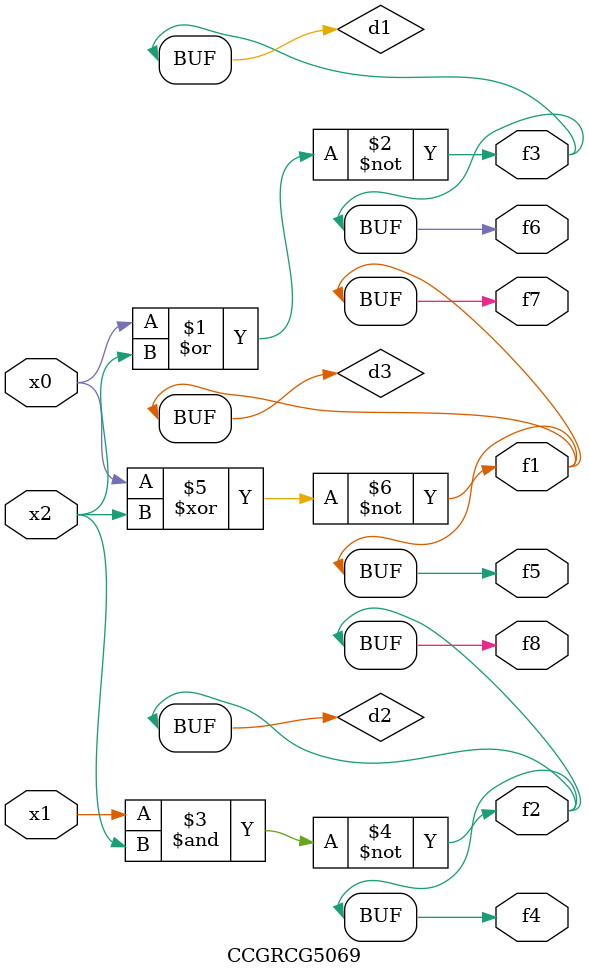
<source format=v>
module CCGRCG5069(
	input x0, x1, x2,
	output f1, f2, f3, f4, f5, f6, f7, f8
);

	wire d1, d2, d3;

	nor (d1, x0, x2);
	nand (d2, x1, x2);
	xnor (d3, x0, x2);
	assign f1 = d3;
	assign f2 = d2;
	assign f3 = d1;
	assign f4 = d2;
	assign f5 = d3;
	assign f6 = d1;
	assign f7 = d3;
	assign f8 = d2;
endmodule

</source>
